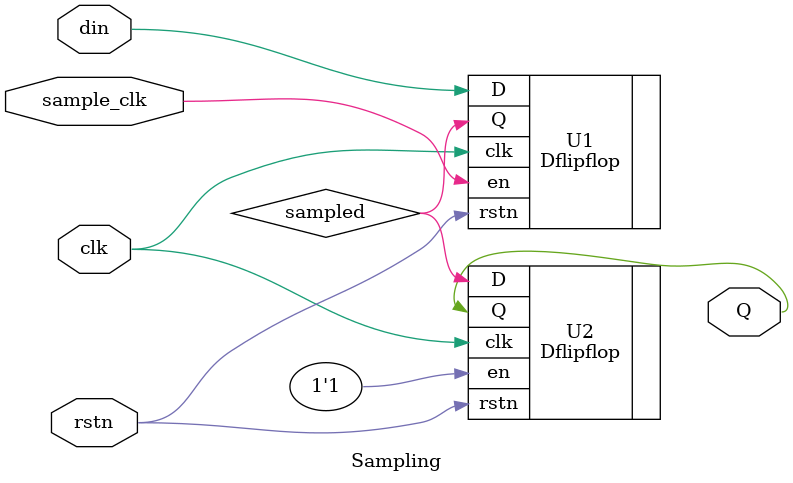
<source format=v>
`timescale 1ns / 1ps


module Sampling(
    input wire din, clk, sample_clk, rstn,
    output wire Q
);

    wire sampled;
    Dflipflop   U1(.Q(sampled), .D(din), .en(sample_clk), .clk(clk), .rstn(rstn));
    Dflipflop   U2(.Q(Q), .D(sampled), .en(1'b1), .clk(clk), .rstn(rstn));
    
endmodule

</source>
